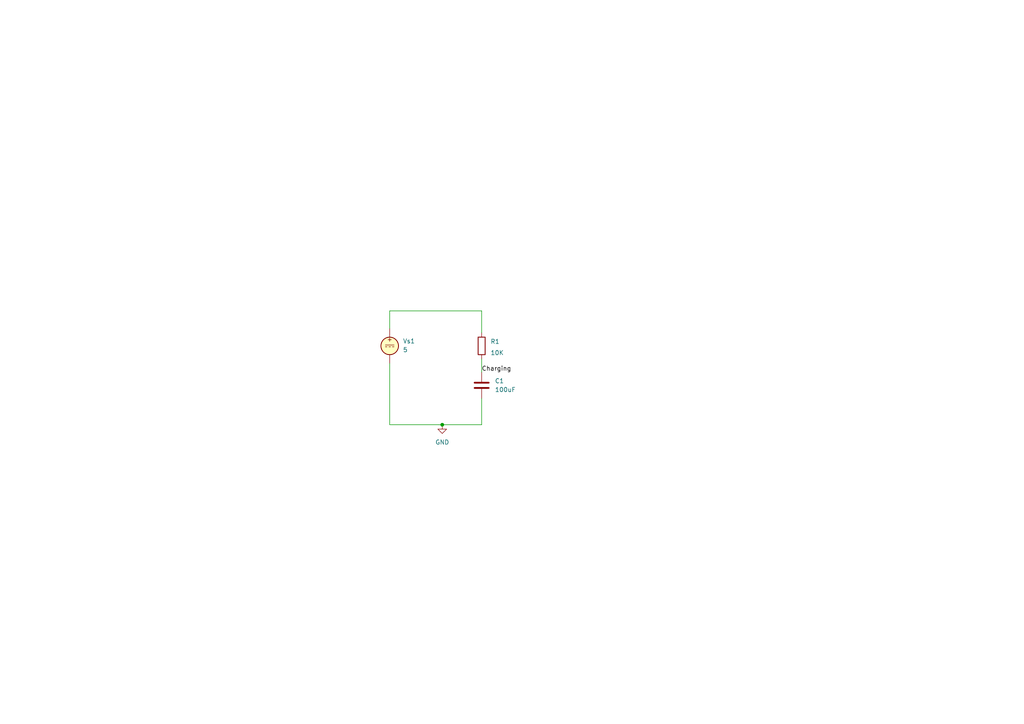
<source format=kicad_sch>
(kicad_sch (version 20230121) (generator eeschema)
  (paper "A4")
  (lib_symbols
    (symbol "Device:C" (pin_numbers hide) (pin_names (offset 0.254))
      (property "Reference" "C" (at 0.635 2.54 0))
      (property "Value" "C" (at 0.635 -2.54 0))
      (symbol "C_0_1"
        (polyline (pts (xy -2.032 -0.762) (xy 2.032 -0.762)) (stroke (width 0.508)))
        (polyline (pts (xy -2.032 0.762) (xy 2.032 0.762)) (stroke (width 0.508)))
      )
      (symbol "C_1_1"
        (pin passive line (at 0 3.81 270) (length 2.794) (name "~") (number "1"))
        (pin passive line (at 0 -3.81 90) (length 2.794) (name "~") (number "2"))
      )
    )
    (symbol "Device:R" (pin_numbers hide) (pin_names (offset 0))
      (property "Reference" "R" (at 2.032 0 90))
      (property "Value" "R" (at 0 0 90))
      (symbol "R_0_1"
        (rectangle (start -1.016 -2.54) (end 1.016 2.54) (stroke (width 0.254)))
      )
      (symbol "R_1_1"
        (pin passive line (at 0 3.81 270) (length 1.27) (name "~") (number "1"))
        (pin passive line (at 0 -3.81 90) (length 1.27) (name "~") (number "2"))
      )
    )
    (symbol "Simulation_SPICE:VDC" (pin_numbers hide) (pin_names (offset 0.0254))
      (property "Reference" "V" (at 2.54 2.54 0))
      (property "Value" "1" (at 2.54 0 0))
      (symbol "VDC_0_0"
        (polyline (pts (xy -1.27 0.254) (xy 1.27 0.254)))
        (polyline (pts (xy -0.762 -0.254) (xy -1.27 -0.254)))
        (polyline (pts (xy 0.254 -0.254) (xy -0.254 -0.254)))
        (polyline (pts (xy 1.27 -0.254) (xy 0.762 -0.254)))
        (text "+" (at 0 1.905 0) (effects (font (size 1.27 1.27))))
      )
      (symbol "VDC_0_1"
        (circle (center 0 0) (radius 2.54) (stroke (width 0.254)) (fill (type background)))
      )
      (symbol "VDC_1_1"
        (pin passive line (at 0 5.08 270) (length 2.54) (name "~") (number "1"))
        (pin passive line (at 0 -5.08 90) (length 2.54) (name "~") (number "2"))
      )
    )
    (symbol "power:GND" (power) (pin_names (offset 0))
      (property "Value" "GND" (at 0 -3.81 0))
      (symbol "GND_0_1"
        (polyline (pts (xy 0 0) (xy 0 -1.27) (xy 1.27 -1.27) (xy 0 -2.54) (xy -1.27 -1.27) (xy 0 -1.27)))
      )
      (symbol "GND_1_1"
        (pin power_in line (at 0 0 270) (length 0) hide (name "GND") (number "1"))
      )
    )
  )
  (junction (at 128.27 123.19))
  (wire (pts (xy 139.7 123.19) (xy 128.27 123.19)))
  (wire (pts (xy 139.7 104.14) (xy 139.7 107.95)))
  (wire (pts (xy 139.7 115.57) (xy 139.7 123.19)))
  (wire (pts (xy 113.03 123.19) (xy 128.27 123.19)))
  (wire (pts (xy 139.7 90.17) (xy 139.7 96.52)))
  (wire (pts (xy 113.03 90.17) (xy 139.7 90.17)))
  (wire (pts (xy 113.03 105.41) (xy 113.03 123.19)))
  (wire (pts (xy 113.03 95.25) (xy 113.03 90.17)))
  (label "Charging" (at 139.7 107.95 0))
  (symbol (lib_id "Simulation_SPICE:VDC") (at 113.03 100.33 0) (unit 1)
    (property "Reference" "Vs1" (at 116.84 98.9302 0) (effects (justify left)))
    (property "Value" "5" (at 116.84 101.4702 0) (effects (justify left)))
    (property "Sim.Pins" "1=+ 2=-" (effects hide))
    (property "Sim.Type" "DC" (effects hide))
    (property "Sim.Device" "V" (effects hide))
  )
  (symbol (lib_id "Device:C") (at 139.7 111.76 0) (unit 1)
    (property "Reference" "C1" (at 143.51 110.49 0) (effects (justify left)))
    (property "Value" "100uF" (at 143.51 113.03 0) (effects (justify left)))
  )
  (symbol (lib_id "power:GND") (at 128.27 123.19 0) (unit 1)
    (property "Reference" "#PWR01" (effects hide))
    (property "Value" "GND" (at 128.27 128.27 0))
  )
  (symbol (lib_id "Device:R") (at 139.7 100.33 0) (unit 1)
    (property "Reference" "R1" (at 142.24 99.06 0) (effects (justify left)))
    (property "Value" "10K" (at 142.24 101.6 0) (effects (justify left top)))
  )
)
</source>
